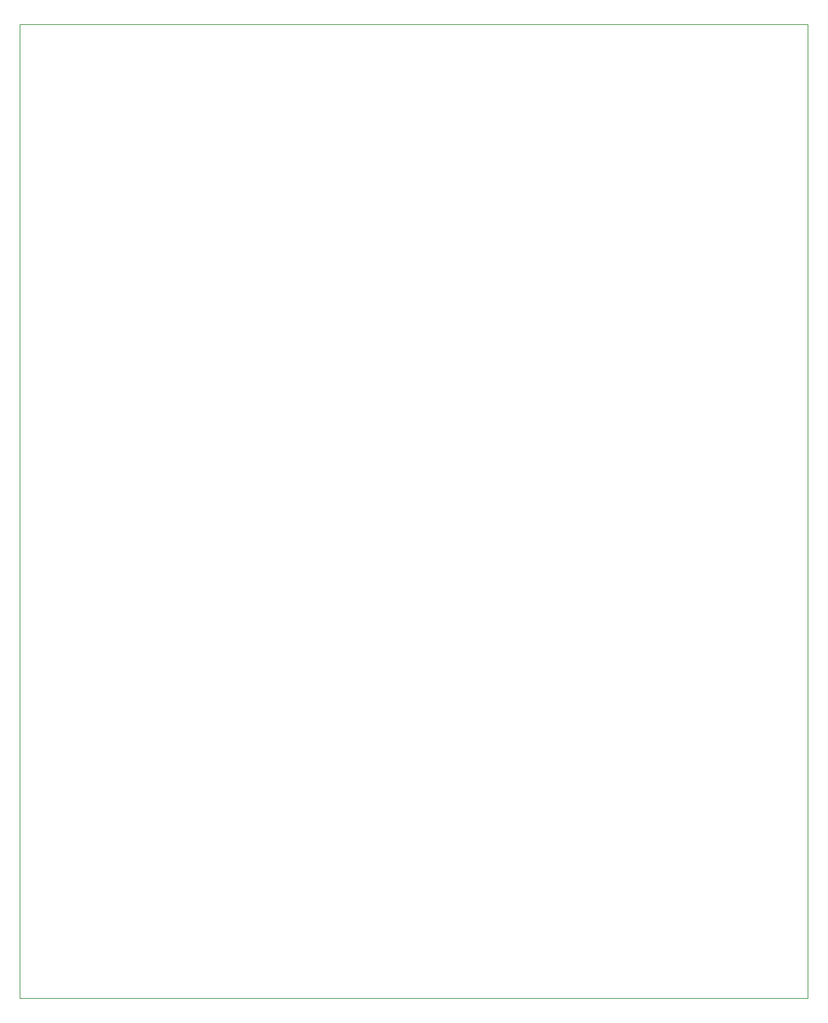
<source format=gbr>
G04 #@! TF.GenerationSoftware,KiCad,Pcbnew,(5.1.5-0-10_14)*
G04 #@! TF.CreationDate,2021-05-01T16:36:58+02:00*
G04 #@! TF.ProjectId,GNSSreferencestationV4,474e5353-7265-4666-9572-656e63657374,rev?*
G04 #@! TF.SameCoordinates,Original*
G04 #@! TF.FileFunction,Profile,NP*
%FSLAX46Y46*%
G04 Gerber Fmt 4.6, Leading zero omitted, Abs format (unit mm)*
G04 Created by KiCad (PCBNEW (5.1.5-0-10_14)) date 2021-05-01 16:36:58*
%MOMM*%
%LPD*%
G04 APERTURE LIST*
%ADD10C,0.150000*%
G04 APERTURE END LIST*
D10*
X190000000Y-235000000D02*
X0Y-235000000D01*
X190000000Y0D02*
X190000000Y-235000000D01*
X0Y0D02*
X0Y-235000000D01*
X0Y0D02*
X190000000Y0D01*
M02*

</source>
